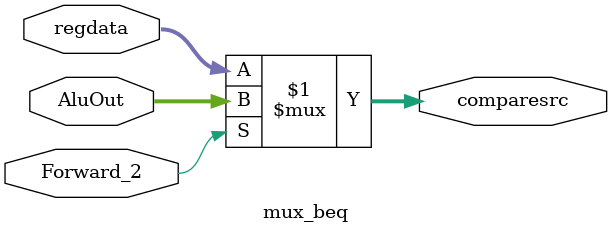
<source format=v>
module mux_RegDst(rt, rd, RegDst, mux_RegDst_out);
    
    input RegDst;

    input [4:0] rt;
    input [4:0] rd;
    
    output reg [4:0] mux_RegDst_out;

    always @(*) begin
        if(RegDst)
            mux_RegDst_out <= rd;
        else
            mux_RegDst_out <= rt;
    end

    // initial
    //     begin
    //       $display("mux_regdst");
    //     end
endmodule

module mux_ALUSrc(ALUSrc, rtData, Imm, mux_ALUSrc_out);
    
    input ALUSrc;

    input [31:0] rtData;
    input [31:0] Imm;
    
    output reg [31:0] mux_ALUSrc_out;

    always @(*) begin
        if(ALUSrc)
            mux_ALUSrc_out <= rtData;
        else    
            mux_ALUSrc_out <= Imm;
    end

    // initial
    //     begin
    //       $display("mux_alusrc");
    //     end
endmodule

module mux_MemToReg(MemtoReg, DmData, ALUData, mux_MemToReg_out);
    
    input MemtoReg;
    
    input [31:0] DmData;
    input [31:0] ALUData;

    output reg [31:0] mux_MemToReg_out;

    always @(*) begin
        if(MemtoReg)
            mux_MemToReg_out <= DmData;
        else
            mux_MemToReg_out <= ALUData;
    end

    // initial
    //     begin
    //       $display("mux_memtoreg");
    //     end
endmodule


module mux_forward(forward_C, rs_rt_imm, writedata, alu_out, mux_forward_out);

    input [1:0] forward_C;
    input [31:0] rs_rt_imm;
    input [31:0] writedata;
    input [31:0] alu_out;

    output wire [31:0] mux_forward_out;

    assign mux_forward_out = (forward_C == 2'b10) ? alu_out : (forward_C == 2'b01) ? writedata : rs_rt_imm;

    // initial
    //     begin
    //       $display("mux_forward");
    //     end
endmodule //mux_forward

module mux_beq(regdata, AluOut, Forward_2, comparesrc);
    input [31:0] regdata;
    input [31:0] AluOut;
    input Forward_2;

    output [31:0] comparesrc;

    assign comparesrc = Forward_2 ? AluOut : regdata;

    // initial
    //     begin
    //       $display("mux_beq");
    //     end
endmodule

</source>
